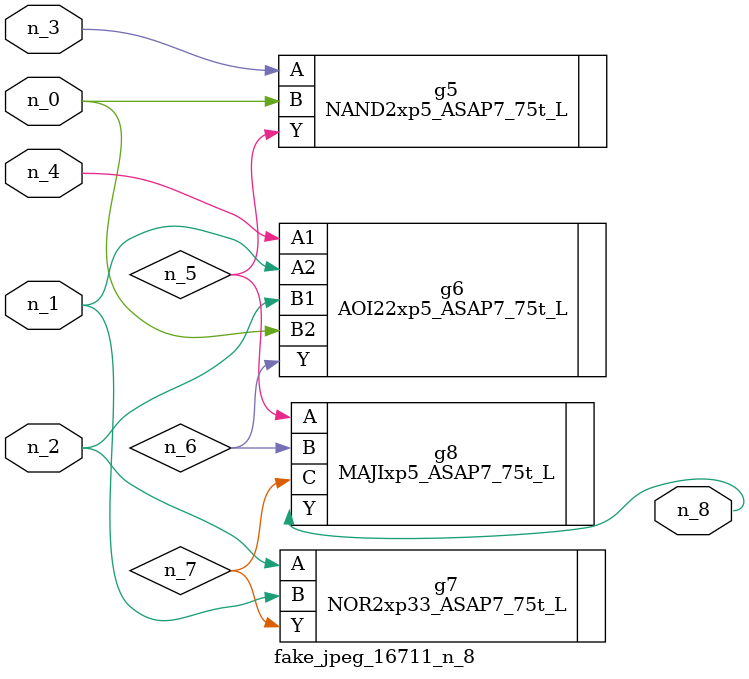
<source format=v>
module fake_jpeg_16711_n_8 (n_3, n_2, n_1, n_0, n_4, n_8);

input n_3;
input n_2;
input n_1;
input n_0;
input n_4;

output n_8;

wire n_6;
wire n_5;
wire n_7;

NAND2xp5_ASAP7_75t_L g5 ( 
.A(n_3),
.B(n_0),
.Y(n_5)
);

AOI22xp5_ASAP7_75t_L g6 ( 
.A1(n_4),
.A2(n_1),
.B1(n_2),
.B2(n_0),
.Y(n_6)
);

NOR2xp33_ASAP7_75t_L g7 ( 
.A(n_2),
.B(n_1),
.Y(n_7)
);

MAJIxp5_ASAP7_75t_L g8 ( 
.A(n_5),
.B(n_6),
.C(n_7),
.Y(n_8)
);


endmodule
</source>
